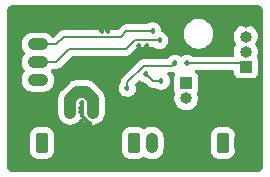
<source format=gbl>
G04 #@! TF.GenerationSoftware,KiCad,Pcbnew,9.0.0*
G04 #@! TF.CreationDate,2025-03-03T20:11:52-05:00*
G04 #@! TF.ProjectId,pcb,7063622e-6b69-4636-9164-5f7063625858,rev?*
G04 #@! TF.SameCoordinates,Original*
G04 #@! TF.FileFunction,Copper,L2,Bot*
G04 #@! TF.FilePolarity,Positive*
%FSLAX46Y46*%
G04 Gerber Fmt 4.6, Leading zero omitted, Abs format (unit mm)*
G04 Created by KiCad (PCBNEW 9.0.0) date 2025-03-03 20:11:52*
%MOMM*%
%LPD*%
G01*
G04 APERTURE LIST*
G04 Aperture macros list*
%AMRoundRect*
0 Rectangle with rounded corners*
0 $1 Rounding radius*
0 $2 $3 $4 $5 $6 $7 $8 $9 X,Y pos of 4 corners*
0 Add a 4 corners polygon primitive as box body*
4,1,4,$2,$3,$4,$5,$6,$7,$8,$9,$2,$3,0*
0 Add four circle primitives for the rounded corners*
1,1,$1+$1,$2,$3*
1,1,$1+$1,$4,$5*
1,1,$1+$1,$6,$7*
1,1,$1+$1,$8,$9*
0 Add four rect primitives between the rounded corners*
20,1,$1+$1,$2,$3,$4,$5,0*
20,1,$1+$1,$4,$5,$6,$7,0*
20,1,$1+$1,$6,$7,$8,$9,0*
20,1,$1+$1,$8,$9,$2,$3,0*%
G04 Aperture macros list end*
G04 #@! TA.AperFunction,ComponentPad*
%ADD10RoundRect,0.250000X-0.265000X-0.615000X0.265000X-0.615000X0.265000X0.615000X-0.265000X0.615000X0*%
G04 #@! TD*
G04 #@! TA.AperFunction,ComponentPad*
%ADD11O,1.030000X1.730000*%
G04 #@! TD*
G04 #@! TA.AperFunction,ComponentPad*
%ADD12R,1.000000X1.000000*%
G04 #@! TD*
G04 #@! TA.AperFunction,ComponentPad*
%ADD13O,1.000000X1.000000*%
G04 #@! TD*
G04 #@! TA.AperFunction,ComponentPad*
%ADD14RoundRect,0.250000X-0.615000X0.265000X-0.615000X-0.265000X0.615000X-0.265000X0.615000X0.265000X0*%
G04 #@! TD*
G04 #@! TA.AperFunction,ComponentPad*
%ADD15O,1.730000X1.030000*%
G04 #@! TD*
G04 #@! TA.AperFunction,ViaPad*
%ADD16C,0.459000*%
G04 #@! TD*
G04 #@! TA.AperFunction,Conductor*
%ADD17C,0.300000*%
G04 #@! TD*
G04 #@! TA.AperFunction,Conductor*
%ADD18C,1.000000*%
G04 #@! TD*
G04 #@! TA.AperFunction,Conductor*
%ADD19C,0.128000*%
G04 #@! TD*
G04 APERTURE END LIST*
D10*
X156550000Y-105500000D03*
D11*
X158050000Y-105500000D03*
D12*
X166000000Y-99020000D03*
D13*
X166000000Y-97750000D03*
X166000000Y-96480000D03*
X166000000Y-95210000D03*
D12*
X160950000Y-100450000D03*
D13*
X160950000Y-101720000D03*
D14*
X148400000Y-95650000D03*
D15*
X148400000Y-97150000D03*
X148400000Y-98650000D03*
X148400000Y-100150000D03*
D10*
X148750000Y-105500000D03*
D11*
X150250000Y-105500000D03*
D10*
X164050000Y-105500000D03*
D11*
X165550000Y-105500000D03*
D16*
X151125000Y-102950000D03*
X153050000Y-102950000D03*
X153050000Y-102025000D03*
X151125000Y-102025000D03*
X153037500Y-102487500D03*
X151137500Y-102487500D03*
X155978910Y-100850202D03*
X159990000Y-98750000D03*
X161530000Y-103500000D03*
X158700000Y-96793498D03*
X158106502Y-96000000D03*
X160990000Y-98750000D03*
X157550000Y-99650000D03*
X158850000Y-100240000D03*
X153800000Y-96000000D03*
X152180000Y-98650000D03*
X156950000Y-97300000D03*
X157650000Y-97300000D03*
X157650000Y-97900000D03*
X156950000Y-97900000D03*
X154350000Y-96000000D03*
X157300000Y-101800000D03*
X156800000Y-101800000D03*
X156300000Y-101800000D03*
X154850000Y-102120000D03*
X154850000Y-101110000D03*
X152790000Y-103900000D03*
X152087500Y-102875000D03*
X152087500Y-102487500D03*
X152100000Y-102100000D03*
D17*
X152100000Y-102100000D02*
X152100000Y-103210000D01*
X152100000Y-103210000D02*
X152790000Y-103900000D01*
D18*
X151125000Y-102950000D02*
X151125000Y-101759074D01*
X153050000Y-101734074D02*
X153050000Y-102950000D01*
X151125000Y-101759074D02*
X151714574Y-101169500D01*
X151714574Y-101169500D02*
X152485426Y-101169500D01*
X152485426Y-101169500D02*
X153050000Y-101734074D01*
D19*
X155978910Y-100321090D02*
X155978910Y-100850202D01*
X159990000Y-98750000D02*
X159790000Y-98950000D01*
X159790000Y-98950000D02*
X157350000Y-98950000D01*
X157350000Y-98950000D02*
X155978910Y-100321090D01*
X158700000Y-96793498D02*
X156606502Y-96793498D01*
X149950000Y-98650000D02*
X148400000Y-98650000D01*
X156606502Y-96793498D02*
X155850000Y-97550000D01*
X155850000Y-97550000D02*
X151050000Y-97550000D01*
X151050000Y-97550000D02*
X149950000Y-98650000D01*
X158106502Y-96000000D02*
X155900000Y-96000000D01*
X155900000Y-96000000D02*
X155400000Y-96500000D01*
X155400000Y-96500000D02*
X150600000Y-96500000D01*
X150600000Y-96500000D02*
X149950000Y-97150000D01*
X149950000Y-97150000D02*
X148400000Y-97150000D01*
X160990000Y-98750000D02*
X165730000Y-98750000D01*
X165730000Y-98750000D02*
X166000000Y-99020000D01*
X157550000Y-99650000D02*
X158140000Y-100240000D01*
X158140000Y-100240000D02*
X158850000Y-100240000D01*
G04 #@! TA.AperFunction,Conductor*
G36*
X167008059Y-93801561D02*
G01*
X167100152Y-93813685D01*
X167131421Y-93822063D01*
X167209668Y-93854474D01*
X167237699Y-93870659D01*
X167304892Y-93922219D01*
X167327780Y-93945107D01*
X167379340Y-94012300D01*
X167395526Y-94040334D01*
X167427936Y-94118579D01*
X167436314Y-94149846D01*
X167448439Y-94241939D01*
X167449500Y-94258125D01*
X167449500Y-107491874D01*
X167448439Y-107508059D01*
X167448439Y-107508060D01*
X167436314Y-107600153D01*
X167427936Y-107631420D01*
X167395526Y-107709665D01*
X167379340Y-107737699D01*
X167327780Y-107804892D01*
X167304892Y-107827780D01*
X167237699Y-107879340D01*
X167209665Y-107895526D01*
X167131420Y-107927936D01*
X167100153Y-107936314D01*
X167017174Y-107947239D01*
X167008058Y-107948439D01*
X166991874Y-107949500D01*
X146258126Y-107949500D01*
X146241941Y-107948439D01*
X146231410Y-107947052D01*
X146149846Y-107936314D01*
X146118579Y-107927936D01*
X146040334Y-107895526D01*
X146012300Y-107879340D01*
X145945107Y-107827780D01*
X145922219Y-107804892D01*
X145870659Y-107737699D01*
X145854473Y-107709665D01*
X145822063Y-107631420D01*
X145813685Y-107600152D01*
X145801561Y-107508059D01*
X145800500Y-107491874D01*
X145800500Y-104834983D01*
X147734500Y-104834983D01*
X147734500Y-106165001D01*
X147734501Y-106165018D01*
X147745000Y-106267796D01*
X147745001Y-106267799D01*
X147765951Y-106331020D01*
X147800186Y-106434334D01*
X147892288Y-106583656D01*
X148016344Y-106707712D01*
X148165666Y-106799814D01*
X148332203Y-106854999D01*
X148434991Y-106865500D01*
X149065008Y-106865499D01*
X149065016Y-106865498D01*
X149065019Y-106865498D01*
X149121302Y-106859748D01*
X149167797Y-106854999D01*
X149334334Y-106799814D01*
X149483656Y-106707712D01*
X149607712Y-106583656D01*
X149699814Y-106434334D01*
X149754999Y-106267797D01*
X149765500Y-106165009D01*
X149765499Y-104834992D01*
X149765498Y-104834983D01*
X155534500Y-104834983D01*
X155534500Y-106165001D01*
X155534501Y-106165018D01*
X155545000Y-106267796D01*
X155545001Y-106267799D01*
X155565951Y-106331020D01*
X155600186Y-106434334D01*
X155692288Y-106583656D01*
X155816344Y-106707712D01*
X155965666Y-106799814D01*
X156132203Y-106854999D01*
X156234991Y-106865500D01*
X156865008Y-106865499D01*
X156865016Y-106865498D01*
X156865019Y-106865498D01*
X156921302Y-106859748D01*
X156967797Y-106854999D01*
X157134334Y-106799814D01*
X157283656Y-106707712D01*
X157300674Y-106690693D01*
X157361994Y-106657206D01*
X157431686Y-106662187D01*
X157457249Y-106675269D01*
X157568973Y-106749921D01*
X157568986Y-106749928D01*
X157689418Y-106799812D01*
X157753789Y-106826475D01*
X157897185Y-106854998D01*
X157949977Y-106865499D01*
X157949981Y-106865500D01*
X157949982Y-106865500D01*
X158150019Y-106865500D01*
X158150020Y-106865499D01*
X158346211Y-106826475D01*
X158531020Y-106749925D01*
X158697344Y-106638791D01*
X158838791Y-106497344D01*
X158949925Y-106331020D01*
X159026475Y-106146211D01*
X159065500Y-105950018D01*
X159065500Y-105049982D01*
X159026475Y-104853789D01*
X159018685Y-104834983D01*
X163034500Y-104834983D01*
X163034500Y-106165001D01*
X163034501Y-106165018D01*
X163045000Y-106267796D01*
X163045001Y-106267799D01*
X163065951Y-106331020D01*
X163100186Y-106434334D01*
X163192288Y-106583656D01*
X163316344Y-106707712D01*
X163465666Y-106799814D01*
X163632203Y-106854999D01*
X163734991Y-106865500D01*
X164365008Y-106865499D01*
X164365016Y-106865498D01*
X164365019Y-106865498D01*
X164421302Y-106859748D01*
X164467797Y-106854999D01*
X164634334Y-106799814D01*
X164783656Y-106707712D01*
X164907712Y-106583656D01*
X164999814Y-106434334D01*
X165054999Y-106267797D01*
X165065500Y-106165009D01*
X165065499Y-104834992D01*
X165054999Y-104732203D01*
X164999814Y-104565666D01*
X164907712Y-104416344D01*
X164783656Y-104292288D01*
X164634334Y-104200186D01*
X164467797Y-104145001D01*
X164467795Y-104145000D01*
X164365010Y-104134500D01*
X163734998Y-104134500D01*
X163734980Y-104134501D01*
X163632203Y-104145000D01*
X163632200Y-104145001D01*
X163465668Y-104200185D01*
X163465663Y-104200187D01*
X163316342Y-104292289D01*
X163192289Y-104416342D01*
X163100187Y-104565663D01*
X163100186Y-104565666D01*
X163045001Y-104732203D01*
X163045001Y-104732204D01*
X163045000Y-104732204D01*
X163034500Y-104834983D01*
X159018685Y-104834983D01*
X158976113Y-104732203D01*
X158949928Y-104668986D01*
X158949921Y-104668973D01*
X158838791Y-104502656D01*
X158838788Y-104502652D01*
X158697347Y-104361211D01*
X158697343Y-104361208D01*
X158531026Y-104250078D01*
X158531013Y-104250071D01*
X158346215Y-104173526D01*
X158346203Y-104173523D01*
X158150022Y-104134500D01*
X158150018Y-104134500D01*
X157949982Y-104134500D01*
X157949977Y-104134500D01*
X157753796Y-104173523D01*
X157753784Y-104173526D01*
X157568986Y-104250071D01*
X157568968Y-104250081D01*
X157457248Y-104324730D01*
X157390571Y-104345608D01*
X157323191Y-104327123D01*
X157300677Y-104309309D01*
X157283657Y-104292289D01*
X157283656Y-104292288D01*
X157134334Y-104200186D01*
X156967797Y-104145001D01*
X156967795Y-104145000D01*
X156865010Y-104134500D01*
X156234998Y-104134500D01*
X156234980Y-104134501D01*
X156132203Y-104145000D01*
X156132200Y-104145001D01*
X155965668Y-104200185D01*
X155965663Y-104200187D01*
X155816342Y-104292289D01*
X155692289Y-104416342D01*
X155600187Y-104565663D01*
X155600186Y-104565666D01*
X155545001Y-104732203D01*
X155545001Y-104732204D01*
X155545000Y-104732204D01*
X155534500Y-104834983D01*
X149765498Y-104834983D01*
X149754999Y-104732203D01*
X149699814Y-104565666D01*
X149607712Y-104416344D01*
X149483656Y-104292288D01*
X149334334Y-104200186D01*
X149167797Y-104145001D01*
X149167795Y-104145000D01*
X149065010Y-104134500D01*
X148434998Y-104134500D01*
X148434980Y-104134501D01*
X148332203Y-104145000D01*
X148332200Y-104145001D01*
X148165668Y-104200185D01*
X148165663Y-104200187D01*
X148016342Y-104292289D01*
X147892289Y-104416342D01*
X147800187Y-104565663D01*
X147800186Y-104565666D01*
X147745001Y-104732203D01*
X147745001Y-104732204D01*
X147745000Y-104732204D01*
X147734500Y-104834983D01*
X145800500Y-104834983D01*
X145800500Y-103048543D01*
X150124499Y-103048543D01*
X150162947Y-103241829D01*
X150162950Y-103241839D01*
X150238364Y-103423907D01*
X150238371Y-103423920D01*
X150347860Y-103587781D01*
X150347863Y-103587785D01*
X150487214Y-103727136D01*
X150487218Y-103727139D01*
X150651079Y-103836628D01*
X150651092Y-103836635D01*
X150833160Y-103912049D01*
X150833165Y-103912051D01*
X150833169Y-103912051D01*
X150833170Y-103912052D01*
X151026456Y-103950500D01*
X151026459Y-103950500D01*
X151223543Y-103950500D01*
X151353582Y-103924632D01*
X151416835Y-103912051D01*
X151598914Y-103836632D01*
X151762782Y-103727139D01*
X151902139Y-103587782D01*
X151984398Y-103464673D01*
X152038010Y-103419868D01*
X152107335Y-103411161D01*
X152170362Y-103441315D01*
X152190602Y-103464673D01*
X152272860Y-103587782D01*
X152412214Y-103727136D01*
X152412218Y-103727139D01*
X152576079Y-103836628D01*
X152576092Y-103836635D01*
X152758160Y-103912049D01*
X152758165Y-103912051D01*
X152758169Y-103912051D01*
X152758170Y-103912052D01*
X152951456Y-103950500D01*
X152951459Y-103950500D01*
X153148543Y-103950500D01*
X153278582Y-103924632D01*
X153341835Y-103912051D01*
X153523914Y-103836632D01*
X153687782Y-103727139D01*
X153827139Y-103587782D01*
X153936632Y-103423914D01*
X154012051Y-103241835D01*
X154050500Y-103048541D01*
X154050500Y-101635533D01*
X154050500Y-101635530D01*
X154032211Y-101543589D01*
X154032210Y-101543587D01*
X154030940Y-101537200D01*
X154012051Y-101442238D01*
X153968875Y-101338002D01*
X153966701Y-101332753D01*
X153936635Y-101260166D01*
X153936628Y-101260153D01*
X153827139Y-101096292D01*
X153827136Y-101096288D01*
X153684686Y-100953838D01*
X153684655Y-100953809D01*
X153652949Y-100922103D01*
X155248909Y-100922103D01*
X155276962Y-101063129D01*
X155276965Y-101063139D01*
X155331990Y-101195983D01*
X155411883Y-101315552D01*
X155513559Y-101417228D01*
X155633128Y-101497121D01*
X155765972Y-101552146D01*
X155765977Y-101552148D01*
X155765981Y-101552148D01*
X155765982Y-101552149D01*
X155907008Y-101580202D01*
X155907011Y-101580202D01*
X156050811Y-101580202D01*
X156145689Y-101561328D01*
X156191843Y-101552148D01*
X156258269Y-101524633D01*
X156324691Y-101497121D01*
X156324692Y-101497120D01*
X156324695Y-101497119D01*
X156444258Y-101417230D01*
X156545938Y-101315550D01*
X156625827Y-101195987D01*
X156627342Y-101192331D01*
X156667122Y-101096292D01*
X156680856Y-101063135D01*
X156693838Y-100997870D01*
X156708910Y-100922103D01*
X156708910Y-100778300D01*
X156680857Y-100637274D01*
X156680856Y-100637273D01*
X156680856Y-100637269D01*
X156648183Y-100558391D01*
X156640715Y-100488922D01*
X156671990Y-100426443D01*
X156675040Y-100423281D01*
X156895293Y-100203028D01*
X156956614Y-100169545D01*
X157026305Y-100174529D01*
X157070653Y-100203030D01*
X157084649Y-100217026D01*
X157204218Y-100296919D01*
X157337062Y-100351944D01*
X157337067Y-100351946D01*
X157445671Y-100373549D01*
X157507582Y-100405934D01*
X157509161Y-100407485D01*
X157793389Y-100691713D01*
X157793390Y-100691714D01*
X157793392Y-100691715D01*
X157908113Y-100757949D01*
X157919810Y-100764701D01*
X157922111Y-100766030D01*
X158065682Y-100804500D01*
X158343253Y-100804500D01*
X158410292Y-100824185D01*
X158412143Y-100825397D01*
X158504218Y-100886919D01*
X158629443Y-100938788D01*
X158637067Y-100941946D01*
X158637071Y-100941946D01*
X158637072Y-100941947D01*
X158778098Y-100970000D01*
X158778101Y-100970000D01*
X158921901Y-100970000D01*
X159016779Y-100951126D01*
X159062933Y-100941946D01*
X159129359Y-100914431D01*
X159195781Y-100886919D01*
X159195782Y-100886918D01*
X159195785Y-100886917D01*
X159315348Y-100807028D01*
X159417028Y-100705348D01*
X159496917Y-100585785D01*
X159551946Y-100452933D01*
X159572034Y-100351946D01*
X159580000Y-100311901D01*
X159580000Y-100168098D01*
X159551947Y-100027072D01*
X159551946Y-100027071D01*
X159551946Y-100027067D01*
X159549226Y-100020500D01*
X159496919Y-99894218D01*
X159417026Y-99774649D01*
X159368558Y-99726181D01*
X159335073Y-99664858D01*
X159340057Y-99595166D01*
X159381929Y-99539233D01*
X159447393Y-99514816D01*
X159456239Y-99514500D01*
X159864315Y-99514500D01*
X159864318Y-99514500D01*
X159876625Y-99511202D01*
X159946472Y-99512863D01*
X160004335Y-99552023D01*
X160031842Y-99616251D01*
X160020257Y-99685154D01*
X160007992Y-99705279D01*
X160006206Y-99707664D01*
X160006202Y-99707671D01*
X159955908Y-99842517D01*
X159950350Y-99894218D01*
X159949501Y-99902123D01*
X159949500Y-99902135D01*
X159949500Y-100997870D01*
X159949501Y-100997876D01*
X159955908Y-101057483D01*
X160006202Y-101192328D01*
X160006206Y-101192335D01*
X160015023Y-101204113D01*
X160039440Y-101269578D01*
X160030318Y-101325874D01*
X160027469Y-101332753D01*
X159987950Y-101428164D01*
X159987948Y-101428168D01*
X159987947Y-101428171D01*
X159949500Y-101621456D01*
X159949500Y-101621459D01*
X159949500Y-101818541D01*
X159949500Y-101818543D01*
X159949499Y-101818543D01*
X159987947Y-102011829D01*
X159987950Y-102011839D01*
X160063364Y-102193907D01*
X160063371Y-102193920D01*
X160172860Y-102357781D01*
X160172863Y-102357785D01*
X160312214Y-102497136D01*
X160312218Y-102497139D01*
X160476079Y-102606628D01*
X160476092Y-102606635D01*
X160658160Y-102682049D01*
X160658165Y-102682051D01*
X160658169Y-102682051D01*
X160658170Y-102682052D01*
X160851456Y-102720500D01*
X160851459Y-102720500D01*
X161048543Y-102720500D01*
X161178582Y-102694632D01*
X161241835Y-102682051D01*
X161423914Y-102606632D01*
X161587782Y-102497139D01*
X161727139Y-102357782D01*
X161836632Y-102193914D01*
X161912051Y-102011835D01*
X161950500Y-101818541D01*
X161950500Y-101621459D01*
X161950500Y-101621456D01*
X161912052Y-101428170D01*
X161912051Y-101428169D01*
X161912051Y-101428165D01*
X161869680Y-101325873D01*
X161862212Y-101256407D01*
X161884977Y-101204111D01*
X161893796Y-101192331D01*
X161944091Y-101057483D01*
X161950500Y-100997873D01*
X161950499Y-99902128D01*
X161944091Y-99842517D01*
X161914182Y-99762328D01*
X161893797Y-99707671D01*
X161893793Y-99707664D01*
X161809576Y-99595166D01*
X161807546Y-99592454D01*
X161734492Y-99537765D01*
X161692622Y-99481833D01*
X161687638Y-99412141D01*
X161721123Y-99350818D01*
X161782447Y-99317334D01*
X161808804Y-99314500D01*
X164875501Y-99314500D01*
X164942540Y-99334185D01*
X164988295Y-99386989D01*
X164999501Y-99438500D01*
X164999501Y-99567876D01*
X165005908Y-99627483D01*
X165056202Y-99762328D01*
X165056206Y-99762335D01*
X165142452Y-99877544D01*
X165142455Y-99877547D01*
X165257664Y-99963793D01*
X165257671Y-99963797D01*
X165392517Y-100014091D01*
X165392516Y-100014091D01*
X165399444Y-100014835D01*
X165452127Y-100020500D01*
X166547872Y-100020499D01*
X166607483Y-100014091D01*
X166742331Y-99963796D01*
X166857546Y-99877546D01*
X166943796Y-99762331D01*
X166994091Y-99627483D01*
X167000500Y-99567873D01*
X167000499Y-98472128D01*
X166994091Y-98412517D01*
X166984014Y-98385500D01*
X166943797Y-98277671D01*
X166943795Y-98277668D01*
X166934976Y-98265887D01*
X166910558Y-98200423D01*
X166919679Y-98144128D01*
X166962051Y-98041835D01*
X166995507Y-97873642D01*
X167000500Y-97848543D01*
X167000500Y-97651456D01*
X166962052Y-97458170D01*
X166962051Y-97458169D01*
X166962051Y-97458165D01*
X166941638Y-97408884D01*
X166886635Y-97276092D01*
X166886633Y-97276088D01*
X166886632Y-97276086D01*
X166875113Y-97258846D01*
X166825029Y-97183891D01*
X166804151Y-97117214D01*
X166822635Y-97049834D01*
X166825029Y-97046109D01*
X166858149Y-96996541D01*
X166886632Y-96953914D01*
X166962051Y-96771835D01*
X166999116Y-96585500D01*
X167000500Y-96578543D01*
X167000500Y-96381456D01*
X166962052Y-96188170D01*
X166962051Y-96188169D01*
X166962051Y-96188165D01*
X166955986Y-96173523D01*
X166886635Y-96006092D01*
X166886628Y-96006079D01*
X166777139Y-95842218D01*
X166777136Y-95842214D01*
X166637785Y-95702863D01*
X166637781Y-95702860D01*
X166473920Y-95593371D01*
X166473907Y-95593364D01*
X166291839Y-95517950D01*
X166291829Y-95517947D01*
X166098543Y-95479500D01*
X166098541Y-95479500D01*
X165901459Y-95479500D01*
X165901457Y-95479500D01*
X165708170Y-95517947D01*
X165708160Y-95517950D01*
X165526092Y-95593364D01*
X165526079Y-95593371D01*
X165362218Y-95702860D01*
X165362214Y-95702863D01*
X165222863Y-95842214D01*
X165222860Y-95842218D01*
X165113371Y-96006079D01*
X165113364Y-96006092D01*
X165037950Y-96188160D01*
X165037947Y-96188170D01*
X164999500Y-96381456D01*
X164999500Y-96381459D01*
X164999500Y-96578541D01*
X164999500Y-96578543D01*
X164999499Y-96578543D01*
X165037947Y-96771829D01*
X165037950Y-96771839D01*
X165070579Y-96850612D01*
X165113368Y-96953914D01*
X165148455Y-97006425D01*
X165174971Y-97046110D01*
X165195848Y-97112787D01*
X165177363Y-97180167D01*
X165174971Y-97183890D01*
X165113366Y-97276089D01*
X165037950Y-97458160D01*
X165037947Y-97458170D01*
X164999500Y-97651456D01*
X164999500Y-97848545D01*
X165037048Y-98037309D01*
X165030821Y-98106900D01*
X164987958Y-98162078D01*
X164922068Y-98185322D01*
X164915431Y-98185500D01*
X161496747Y-98185500D01*
X161429708Y-98165815D01*
X161427857Y-98164603D01*
X161335781Y-98103080D01*
X161202937Y-98048055D01*
X161202927Y-98048052D01*
X161061901Y-98020000D01*
X161061899Y-98020000D01*
X160918101Y-98020000D01*
X160918099Y-98020000D01*
X160777072Y-98048052D01*
X160777062Y-98048055D01*
X160644218Y-98103080D01*
X160558890Y-98160095D01*
X160492213Y-98180972D01*
X160424833Y-98162487D01*
X160421110Y-98160095D01*
X160335781Y-98103080D01*
X160202937Y-98048055D01*
X160202927Y-98048052D01*
X160061901Y-98020000D01*
X160061899Y-98020000D01*
X159918101Y-98020000D01*
X159918099Y-98020000D01*
X159777072Y-98048052D01*
X159777062Y-98048055D01*
X159644218Y-98103080D01*
X159524649Y-98182973D01*
X159422974Y-98284648D01*
X159422970Y-98284653D01*
X159392412Y-98330389D01*
X159338801Y-98375195D01*
X159289309Y-98385500D01*
X157424318Y-98385500D01*
X157275682Y-98385500D01*
X157132111Y-98423970D01*
X157132109Y-98423970D01*
X157132109Y-98423971D01*
X157003389Y-98498288D01*
X157003386Y-98498290D01*
X155527198Y-99974477D01*
X155527197Y-99974479D01*
X155483607Y-100049981D01*
X155475077Y-100064755D01*
X155475076Y-100064756D01*
X155452881Y-100103198D01*
X155452880Y-100103199D01*
X155435491Y-100168098D01*
X155414410Y-100246772D01*
X155414410Y-100246774D01*
X155414410Y-100343455D01*
X155394725Y-100410494D01*
X155393513Y-100412345D01*
X155331990Y-100504420D01*
X155276965Y-100637264D01*
X155276962Y-100637274D01*
X155248910Y-100778300D01*
X155248910Y-100778303D01*
X155248910Y-100922101D01*
X155248910Y-100922103D01*
X155248909Y-100922103D01*
X153652949Y-100922103D01*
X153266905Y-100536059D01*
X153266885Y-100536037D01*
X153123211Y-100392363D01*
X153123207Y-100392360D01*
X152959346Y-100282871D01*
X152959337Y-100282866D01*
X152872197Y-100246772D01*
X152830591Y-100229538D01*
X152777262Y-100207449D01*
X152777258Y-100207448D01*
X152777254Y-100207446D01*
X152680614Y-100188224D01*
X152583970Y-100169000D01*
X152583967Y-100169000D01*
X151819249Y-100169000D01*
X151819229Y-100168999D01*
X151813115Y-100168999D01*
X151616034Y-100168999D01*
X151616031Y-100168999D01*
X151422746Y-100207446D01*
X151422738Y-100207448D01*
X151240662Y-100282866D01*
X151240653Y-100282871D01*
X151076793Y-100392359D01*
X151076789Y-100392362D01*
X150582236Y-100886917D01*
X150487220Y-100981933D01*
X150487218Y-100981935D01*
X150419232Y-101049921D01*
X150347859Y-101121293D01*
X150238371Y-101285154D01*
X150238366Y-101285163D01*
X150193370Y-101393796D01*
X150179132Y-101428170D01*
X150162949Y-101467238D01*
X150157005Y-101497119D01*
X150124500Y-101660533D01*
X150124500Y-103048541D01*
X150124500Y-103048543D01*
X150124499Y-103048543D01*
X145800500Y-103048543D01*
X145800500Y-97049977D01*
X147034500Y-97049977D01*
X147034500Y-97250022D01*
X147073523Y-97446203D01*
X147073526Y-97446215D01*
X147150071Y-97631013D01*
X147150078Y-97631026D01*
X147261208Y-97797343D01*
X147261211Y-97797347D01*
X147276183Y-97812319D01*
X147309668Y-97873642D01*
X147304684Y-97943334D01*
X147276183Y-97987681D01*
X147261211Y-98002652D01*
X147261208Y-98002656D01*
X147150078Y-98168973D01*
X147150071Y-98168986D01*
X147073526Y-98353784D01*
X147073523Y-98353796D01*
X147034500Y-98549977D01*
X147034500Y-98750022D01*
X147073523Y-98946203D01*
X147073526Y-98946215D01*
X147150071Y-99131013D01*
X147150078Y-99131026D01*
X147261208Y-99297343D01*
X147261211Y-99297347D01*
X147276183Y-99312319D01*
X147309668Y-99373642D01*
X147304684Y-99443334D01*
X147276183Y-99487681D01*
X147261211Y-99502652D01*
X147261208Y-99502656D01*
X147150078Y-99668973D01*
X147150071Y-99668986D01*
X147073526Y-99853784D01*
X147073523Y-99853796D01*
X147034500Y-100049977D01*
X147034500Y-100250022D01*
X147073523Y-100446203D01*
X147073526Y-100446215D01*
X147150071Y-100631013D01*
X147150078Y-100631026D01*
X147261208Y-100797343D01*
X147261211Y-100797347D01*
X147402652Y-100938788D01*
X147402656Y-100938791D01*
X147568973Y-101049921D01*
X147568986Y-101049928D01*
X147680920Y-101096292D01*
X147753789Y-101126475D01*
X147949977Y-101165499D01*
X147949981Y-101165500D01*
X147949982Y-101165500D01*
X148850019Y-101165500D01*
X148850020Y-101165499D01*
X149046211Y-101126475D01*
X149231020Y-101049925D01*
X149397344Y-100938791D01*
X149538791Y-100797344D01*
X149649925Y-100631020D01*
X149726475Y-100446211D01*
X149765500Y-100250018D01*
X149765500Y-100049982D01*
X149726475Y-99853789D01*
X149693696Y-99774652D01*
X149649928Y-99668986D01*
X149649921Y-99668973D01*
X149538792Y-99502657D01*
X149538787Y-99502652D01*
X149523816Y-99487681D01*
X149522908Y-99486018D01*
X149521273Y-99485062D01*
X149506238Y-99455492D01*
X149490331Y-99426361D01*
X149490466Y-99424469D01*
X149489607Y-99422780D01*
X149492947Y-99389766D01*
X149495314Y-99356669D01*
X149496510Y-99354551D01*
X149496641Y-99353265D01*
X149500670Y-99347194D01*
X149514460Y-99322800D01*
X149518838Y-99317296D01*
X149538791Y-99297344D01*
X149560184Y-99265326D01*
X149563388Y-99261300D01*
X149587915Y-99244041D01*
X149610934Y-99224804D01*
X149617072Y-99223526D01*
X149620530Y-99221093D01*
X149630836Y-99220660D01*
X149660425Y-99214500D01*
X150024315Y-99214500D01*
X150024318Y-99214500D01*
X150167889Y-99176030D01*
X150296611Y-99101713D01*
X151247505Y-98150819D01*
X151308828Y-98117334D01*
X151335186Y-98114500D01*
X155924315Y-98114500D01*
X155924318Y-98114500D01*
X156067889Y-98076030D01*
X156196611Y-98001713D01*
X156804006Y-97394316D01*
X156865329Y-97360832D01*
X156891687Y-97357998D01*
X158193253Y-97357998D01*
X158260292Y-97377683D01*
X158262143Y-97378895D01*
X158354218Y-97440417D01*
X158487062Y-97495442D01*
X158487067Y-97495444D01*
X158487071Y-97495444D01*
X158487072Y-97495445D01*
X158628098Y-97523498D01*
X158628101Y-97523498D01*
X158771901Y-97523498D01*
X158887515Y-97500500D01*
X158912933Y-97495444D01*
X159031783Y-97446215D01*
X159045781Y-97440417D01*
X159045782Y-97440416D01*
X159045785Y-97440415D01*
X159165348Y-97360526D01*
X159267028Y-97258846D01*
X159346917Y-97139283D01*
X159353212Y-97124087D01*
X159377833Y-97064646D01*
X159401946Y-97006431D01*
X159430000Y-96865397D01*
X159430000Y-96721599D01*
X159430000Y-96721596D01*
X159401947Y-96580570D01*
X159401946Y-96580569D01*
X159401946Y-96580565D01*
X159401910Y-96580477D01*
X159346919Y-96447716D01*
X159267026Y-96328147D01*
X159165350Y-96226471D01*
X159053262Y-96151577D01*
X160749500Y-96151577D01*
X160749500Y-96348422D01*
X160780290Y-96542826D01*
X160841117Y-96730029D01*
X160904180Y-96853796D01*
X160930476Y-96905405D01*
X161046172Y-97064646D01*
X161185354Y-97203828D01*
X161344595Y-97319524D01*
X161425667Y-97360832D01*
X161519970Y-97408882D01*
X161519972Y-97408882D01*
X161519975Y-97408884D01*
X161617017Y-97440415D01*
X161707173Y-97469709D01*
X161901578Y-97500500D01*
X161901583Y-97500500D01*
X162098422Y-97500500D01*
X162292826Y-97469709D01*
X162328339Y-97458170D01*
X162480025Y-97408884D01*
X162655405Y-97319524D01*
X162814646Y-97203828D01*
X162953828Y-97064646D01*
X163069524Y-96905405D01*
X163158884Y-96730025D01*
X163219709Y-96542826D01*
X163234773Y-96447716D01*
X163250500Y-96348422D01*
X163250500Y-96151577D01*
X163219709Y-95957173D01*
X163164439Y-95787072D01*
X163158884Y-95769975D01*
X163158882Y-95769972D01*
X163158882Y-95769970D01*
X163069523Y-95594594D01*
X162953828Y-95435354D01*
X162814646Y-95296172D01*
X162655405Y-95180476D01*
X162480029Y-95091117D01*
X162292826Y-95030290D01*
X162098422Y-94999500D01*
X162098417Y-94999500D01*
X161901583Y-94999500D01*
X161901578Y-94999500D01*
X161707173Y-95030290D01*
X161519970Y-95091117D01*
X161344594Y-95180476D01*
X161253741Y-95246485D01*
X161185354Y-95296172D01*
X161185352Y-95296174D01*
X161185351Y-95296174D01*
X161046174Y-95435351D01*
X161046174Y-95435352D01*
X161046172Y-95435354D01*
X161046066Y-95435500D01*
X160930476Y-95594594D01*
X160841117Y-95769970D01*
X160780290Y-95957173D01*
X160749500Y-96151577D01*
X159053262Y-96151577D01*
X159045785Y-96146581D01*
X158913049Y-96091600D01*
X158858646Y-96047759D01*
X158836581Y-95981465D01*
X158836502Y-95977039D01*
X158836502Y-95928098D01*
X158808449Y-95787072D01*
X158808448Y-95787071D01*
X158808448Y-95787067D01*
X158773569Y-95702861D01*
X158753421Y-95654218D01*
X158673528Y-95534649D01*
X158571852Y-95432973D01*
X158452283Y-95353080D01*
X158319439Y-95298055D01*
X158319429Y-95298052D01*
X158178403Y-95270000D01*
X158178401Y-95270000D01*
X158034603Y-95270000D01*
X158034601Y-95270000D01*
X157893574Y-95298052D01*
X157893564Y-95298055D01*
X157760720Y-95353080D01*
X157668645Y-95414603D01*
X157601968Y-95435480D01*
X157599755Y-95435500D01*
X155825682Y-95435500D01*
X155682111Y-95473970D01*
X155682109Y-95473970D01*
X155682105Y-95473972D01*
X155634996Y-95501169D01*
X155634995Y-95501171D01*
X155577010Y-95534649D01*
X155553389Y-95548287D01*
X155553386Y-95548289D01*
X155202495Y-95899181D01*
X155141172Y-95932666D01*
X155114814Y-95935500D01*
X150525682Y-95935500D01*
X150382111Y-95973970D01*
X150382109Y-95973970D01*
X150382105Y-95973972D01*
X150334996Y-96001169D01*
X150334997Y-96001170D01*
X150253389Y-96048287D01*
X150253386Y-96048289D01*
X149752495Y-96549181D01*
X149725567Y-96563884D01*
X149699749Y-96580477D01*
X149693548Y-96581368D01*
X149691172Y-96582666D01*
X149664814Y-96585500D01*
X149660425Y-96585500D01*
X149593386Y-96565815D01*
X149557322Y-96530390D01*
X149538789Y-96502653D01*
X149397347Y-96361211D01*
X149397343Y-96361208D01*
X149231026Y-96250078D01*
X149231013Y-96250071D01*
X149046215Y-96173526D01*
X149046203Y-96173523D01*
X148850022Y-96134500D01*
X148850018Y-96134500D01*
X147949982Y-96134500D01*
X147949977Y-96134500D01*
X147753796Y-96173523D01*
X147753784Y-96173526D01*
X147568986Y-96250071D01*
X147568973Y-96250078D01*
X147402656Y-96361208D01*
X147402652Y-96361211D01*
X147261211Y-96502652D01*
X147261208Y-96502656D01*
X147150078Y-96668973D01*
X147150071Y-96668986D01*
X147073526Y-96853784D01*
X147073523Y-96853796D01*
X147034500Y-97049977D01*
X145800500Y-97049977D01*
X145800500Y-94258125D01*
X145801561Y-94241940D01*
X145813685Y-94149847D01*
X145813685Y-94149846D01*
X145822063Y-94118579D01*
X145843415Y-94067031D01*
X145854476Y-94040328D01*
X145870659Y-94012300D01*
X145922219Y-93945107D01*
X145945107Y-93922219D01*
X146012300Y-93870659D01*
X146040328Y-93854476D01*
X146118580Y-93822062D01*
X146149846Y-93813685D01*
X146241941Y-93801561D01*
X146258126Y-93800500D01*
X146266408Y-93800500D01*
X166983592Y-93800500D01*
X166991874Y-93800500D01*
X167008059Y-93801561D01*
G37*
G04 #@! TD.AperFunction*
M02*

</source>
